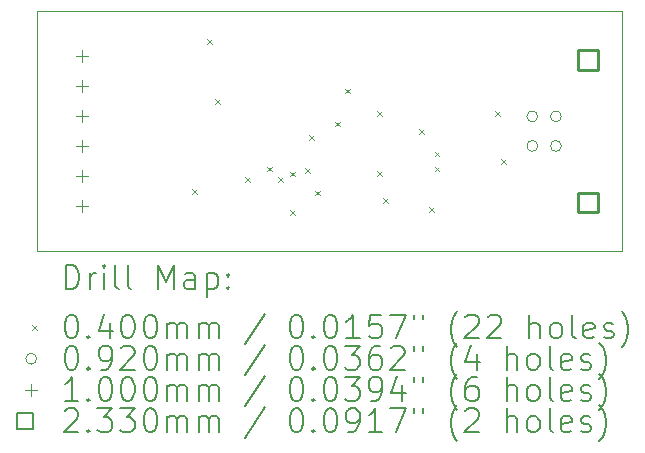
<source format=gbr>
%TF.GenerationSoftware,KiCad,Pcbnew,7.0.1*%
%TF.CreationDate,2023-04-01T18:18:22+02:00*%
%TF.ProjectId,PMOD USB UART,504d4f44-2055-4534-9220-554152542e6b,V1.0*%
%TF.SameCoordinates,Original*%
%TF.FileFunction,Drillmap*%
%TF.FilePolarity,Positive*%
%FSLAX45Y45*%
G04 Gerber Fmt 4.5, Leading zero omitted, Abs format (unit mm)*
G04 Created by KiCad (PCBNEW 7.0.1) date 2023-04-01 18:18:22*
%MOMM*%
%LPD*%
G01*
G04 APERTURE LIST*
%ADD10C,0.100000*%
%ADD11C,0.200000*%
%ADD12C,0.040000*%
%ADD13C,0.092000*%
%ADD14C,0.233000*%
G04 APERTURE END LIST*
D10*
X14732000Y-11811000D02*
X14732000Y-9779000D01*
X14732000Y-9779000D02*
X9779000Y-9779000D01*
X9779000Y-9779000D02*
X9779000Y-11811000D01*
X9779000Y-11811000D02*
X14732000Y-11811000D01*
D11*
D12*
X11092500Y-11283000D02*
X11132500Y-11323000D01*
X11132500Y-11283000D02*
X11092500Y-11323000D01*
X11219500Y-10013000D02*
X11259500Y-10053000D01*
X11259500Y-10013000D02*
X11219500Y-10053000D01*
X11283000Y-10521000D02*
X11323000Y-10561000D01*
X11323000Y-10521000D02*
X11283000Y-10561000D01*
X11537000Y-11181400D02*
X11577000Y-11221400D01*
X11577000Y-11181400D02*
X11537000Y-11221400D01*
X11727500Y-11092500D02*
X11767500Y-11132500D01*
X11767500Y-11092500D02*
X11727500Y-11132500D01*
X11816400Y-11181400D02*
X11856400Y-11221400D01*
X11856400Y-11181400D02*
X11816400Y-11221400D01*
X11918000Y-11136350D02*
X11958000Y-11176350D01*
X11958000Y-11136350D02*
X11918000Y-11176350D01*
X11918000Y-11460800D02*
X11958000Y-11500800D01*
X11958000Y-11460800D02*
X11918000Y-11500800D01*
X12045000Y-11105200D02*
X12085000Y-11145200D01*
X12085000Y-11105200D02*
X12045000Y-11145200D01*
X12083100Y-10825800D02*
X12123100Y-10865800D01*
X12123100Y-10825800D02*
X12083100Y-10865800D01*
X12133900Y-11295700D02*
X12173900Y-11335700D01*
X12173900Y-11295700D02*
X12133900Y-11335700D01*
X12299000Y-10711500D02*
X12339000Y-10751500D01*
X12339000Y-10711500D02*
X12299000Y-10751500D01*
X12387900Y-10432100D02*
X12427900Y-10472100D01*
X12427900Y-10432100D02*
X12387900Y-10472100D01*
X12654600Y-10622600D02*
X12694600Y-10662600D01*
X12694600Y-10622600D02*
X12654600Y-10662600D01*
X12654600Y-11130600D02*
X12694600Y-11170600D01*
X12694600Y-11130600D02*
X12654600Y-11170600D01*
X12705400Y-11359200D02*
X12745400Y-11399200D01*
X12745400Y-11359200D02*
X12705400Y-11399200D01*
X13010200Y-10775000D02*
X13050200Y-10815000D01*
X13050200Y-10775000D02*
X13010200Y-10815000D01*
X13099100Y-11435400D02*
X13139100Y-11475400D01*
X13139100Y-11435400D02*
X13099100Y-11475400D01*
X13142950Y-10965500D02*
X13182950Y-11005500D01*
X13182950Y-10965500D02*
X13142950Y-11005500D01*
X13142950Y-11092500D02*
X13182950Y-11132500D01*
X13182950Y-11092500D02*
X13142950Y-11132500D01*
X13657900Y-10622600D02*
X13697900Y-10662600D01*
X13697900Y-10622600D02*
X13657900Y-10662600D01*
X13708700Y-11029000D02*
X13748700Y-11069000D01*
X13748700Y-11029000D02*
X13708700Y-11069000D01*
D13*
X14016000Y-10668000D02*
G75*
G03*
X14016000Y-10668000I-46000J0D01*
G01*
X14016000Y-10918000D02*
G75*
G03*
X14016000Y-10918000I-46000J0D01*
G01*
X14216000Y-10668000D02*
G75*
G03*
X14216000Y-10668000I-46000J0D01*
G01*
X14216000Y-10918000D02*
G75*
G03*
X14216000Y-10918000I-46000J0D01*
G01*
D10*
X10160000Y-10110000D02*
X10160000Y-10210000D01*
X10110000Y-10160000D02*
X10210000Y-10160000D01*
X10160000Y-10364000D02*
X10160000Y-10464000D01*
X10110000Y-10414000D02*
X10210000Y-10414000D01*
X10160000Y-10618000D02*
X10160000Y-10718000D01*
X10110000Y-10668000D02*
X10210000Y-10668000D01*
X10160000Y-10872000D02*
X10160000Y-10972000D01*
X10110000Y-10922000D02*
X10210000Y-10922000D01*
X10160000Y-11126000D02*
X10160000Y-11226000D01*
X10110000Y-11176000D02*
X10210000Y-11176000D01*
X10160000Y-11380000D02*
X10160000Y-11480000D01*
X10110000Y-11430000D02*
X10210000Y-11430000D01*
D14*
X14523379Y-10273379D02*
X14523379Y-10108621D01*
X14358621Y-10108621D01*
X14358621Y-10273379D01*
X14523379Y-10273379D01*
X14523379Y-11477379D02*
X14523379Y-11312621D01*
X14358621Y-11312621D01*
X14358621Y-11477379D01*
X14523379Y-11477379D01*
D11*
X10021619Y-12128524D02*
X10021619Y-11928524D01*
X10021619Y-11928524D02*
X10069238Y-11928524D01*
X10069238Y-11928524D02*
X10097810Y-11938048D01*
X10097810Y-11938048D02*
X10116857Y-11957095D01*
X10116857Y-11957095D02*
X10126381Y-11976143D01*
X10126381Y-11976143D02*
X10135905Y-12014238D01*
X10135905Y-12014238D02*
X10135905Y-12042809D01*
X10135905Y-12042809D02*
X10126381Y-12080905D01*
X10126381Y-12080905D02*
X10116857Y-12099952D01*
X10116857Y-12099952D02*
X10097810Y-12119000D01*
X10097810Y-12119000D02*
X10069238Y-12128524D01*
X10069238Y-12128524D02*
X10021619Y-12128524D01*
X10221619Y-12128524D02*
X10221619Y-11995190D01*
X10221619Y-12033286D02*
X10231143Y-12014238D01*
X10231143Y-12014238D02*
X10240667Y-12004714D01*
X10240667Y-12004714D02*
X10259714Y-11995190D01*
X10259714Y-11995190D02*
X10278762Y-11995190D01*
X10345429Y-12128524D02*
X10345429Y-11995190D01*
X10345429Y-11928524D02*
X10335905Y-11938048D01*
X10335905Y-11938048D02*
X10345429Y-11947571D01*
X10345429Y-11947571D02*
X10354952Y-11938048D01*
X10354952Y-11938048D02*
X10345429Y-11928524D01*
X10345429Y-11928524D02*
X10345429Y-11947571D01*
X10469238Y-12128524D02*
X10450190Y-12119000D01*
X10450190Y-12119000D02*
X10440667Y-12099952D01*
X10440667Y-12099952D02*
X10440667Y-11928524D01*
X10574000Y-12128524D02*
X10554952Y-12119000D01*
X10554952Y-12119000D02*
X10545429Y-12099952D01*
X10545429Y-12099952D02*
X10545429Y-11928524D01*
X10802571Y-12128524D02*
X10802571Y-11928524D01*
X10802571Y-11928524D02*
X10869238Y-12071381D01*
X10869238Y-12071381D02*
X10935905Y-11928524D01*
X10935905Y-11928524D02*
X10935905Y-12128524D01*
X11116857Y-12128524D02*
X11116857Y-12023762D01*
X11116857Y-12023762D02*
X11107333Y-12004714D01*
X11107333Y-12004714D02*
X11088286Y-11995190D01*
X11088286Y-11995190D02*
X11050190Y-11995190D01*
X11050190Y-11995190D02*
X11031143Y-12004714D01*
X11116857Y-12119000D02*
X11097810Y-12128524D01*
X11097810Y-12128524D02*
X11050190Y-12128524D01*
X11050190Y-12128524D02*
X11031143Y-12119000D01*
X11031143Y-12119000D02*
X11021619Y-12099952D01*
X11021619Y-12099952D02*
X11021619Y-12080905D01*
X11021619Y-12080905D02*
X11031143Y-12061857D01*
X11031143Y-12061857D02*
X11050190Y-12052333D01*
X11050190Y-12052333D02*
X11097810Y-12052333D01*
X11097810Y-12052333D02*
X11116857Y-12042809D01*
X11212095Y-11995190D02*
X11212095Y-12195190D01*
X11212095Y-12004714D02*
X11231143Y-11995190D01*
X11231143Y-11995190D02*
X11269238Y-11995190D01*
X11269238Y-11995190D02*
X11288286Y-12004714D01*
X11288286Y-12004714D02*
X11297809Y-12014238D01*
X11297809Y-12014238D02*
X11307333Y-12033286D01*
X11307333Y-12033286D02*
X11307333Y-12090428D01*
X11307333Y-12090428D02*
X11297809Y-12109476D01*
X11297809Y-12109476D02*
X11288286Y-12119000D01*
X11288286Y-12119000D02*
X11269238Y-12128524D01*
X11269238Y-12128524D02*
X11231143Y-12128524D01*
X11231143Y-12128524D02*
X11212095Y-12119000D01*
X11393048Y-12109476D02*
X11402571Y-12119000D01*
X11402571Y-12119000D02*
X11393048Y-12128524D01*
X11393048Y-12128524D02*
X11383524Y-12119000D01*
X11383524Y-12119000D02*
X11393048Y-12109476D01*
X11393048Y-12109476D02*
X11393048Y-12128524D01*
X11393048Y-12004714D02*
X11402571Y-12014238D01*
X11402571Y-12014238D02*
X11393048Y-12023762D01*
X11393048Y-12023762D02*
X11383524Y-12014238D01*
X11383524Y-12014238D02*
X11393048Y-12004714D01*
X11393048Y-12004714D02*
X11393048Y-12023762D01*
D12*
X9734000Y-12436000D02*
X9774000Y-12476000D01*
X9774000Y-12436000D02*
X9734000Y-12476000D01*
D11*
X10059714Y-12348524D02*
X10078762Y-12348524D01*
X10078762Y-12348524D02*
X10097810Y-12358048D01*
X10097810Y-12358048D02*
X10107333Y-12367571D01*
X10107333Y-12367571D02*
X10116857Y-12386619D01*
X10116857Y-12386619D02*
X10126381Y-12424714D01*
X10126381Y-12424714D02*
X10126381Y-12472333D01*
X10126381Y-12472333D02*
X10116857Y-12510428D01*
X10116857Y-12510428D02*
X10107333Y-12529476D01*
X10107333Y-12529476D02*
X10097810Y-12539000D01*
X10097810Y-12539000D02*
X10078762Y-12548524D01*
X10078762Y-12548524D02*
X10059714Y-12548524D01*
X10059714Y-12548524D02*
X10040667Y-12539000D01*
X10040667Y-12539000D02*
X10031143Y-12529476D01*
X10031143Y-12529476D02*
X10021619Y-12510428D01*
X10021619Y-12510428D02*
X10012095Y-12472333D01*
X10012095Y-12472333D02*
X10012095Y-12424714D01*
X10012095Y-12424714D02*
X10021619Y-12386619D01*
X10021619Y-12386619D02*
X10031143Y-12367571D01*
X10031143Y-12367571D02*
X10040667Y-12358048D01*
X10040667Y-12358048D02*
X10059714Y-12348524D01*
X10212095Y-12529476D02*
X10221619Y-12539000D01*
X10221619Y-12539000D02*
X10212095Y-12548524D01*
X10212095Y-12548524D02*
X10202571Y-12539000D01*
X10202571Y-12539000D02*
X10212095Y-12529476D01*
X10212095Y-12529476D02*
X10212095Y-12548524D01*
X10393048Y-12415190D02*
X10393048Y-12548524D01*
X10345429Y-12339000D02*
X10297810Y-12481857D01*
X10297810Y-12481857D02*
X10421619Y-12481857D01*
X10535905Y-12348524D02*
X10554952Y-12348524D01*
X10554952Y-12348524D02*
X10574000Y-12358048D01*
X10574000Y-12358048D02*
X10583524Y-12367571D01*
X10583524Y-12367571D02*
X10593048Y-12386619D01*
X10593048Y-12386619D02*
X10602571Y-12424714D01*
X10602571Y-12424714D02*
X10602571Y-12472333D01*
X10602571Y-12472333D02*
X10593048Y-12510428D01*
X10593048Y-12510428D02*
X10583524Y-12529476D01*
X10583524Y-12529476D02*
X10574000Y-12539000D01*
X10574000Y-12539000D02*
X10554952Y-12548524D01*
X10554952Y-12548524D02*
X10535905Y-12548524D01*
X10535905Y-12548524D02*
X10516857Y-12539000D01*
X10516857Y-12539000D02*
X10507333Y-12529476D01*
X10507333Y-12529476D02*
X10497810Y-12510428D01*
X10497810Y-12510428D02*
X10488286Y-12472333D01*
X10488286Y-12472333D02*
X10488286Y-12424714D01*
X10488286Y-12424714D02*
X10497810Y-12386619D01*
X10497810Y-12386619D02*
X10507333Y-12367571D01*
X10507333Y-12367571D02*
X10516857Y-12358048D01*
X10516857Y-12358048D02*
X10535905Y-12348524D01*
X10726381Y-12348524D02*
X10745429Y-12348524D01*
X10745429Y-12348524D02*
X10764476Y-12358048D01*
X10764476Y-12358048D02*
X10774000Y-12367571D01*
X10774000Y-12367571D02*
X10783524Y-12386619D01*
X10783524Y-12386619D02*
X10793048Y-12424714D01*
X10793048Y-12424714D02*
X10793048Y-12472333D01*
X10793048Y-12472333D02*
X10783524Y-12510428D01*
X10783524Y-12510428D02*
X10774000Y-12529476D01*
X10774000Y-12529476D02*
X10764476Y-12539000D01*
X10764476Y-12539000D02*
X10745429Y-12548524D01*
X10745429Y-12548524D02*
X10726381Y-12548524D01*
X10726381Y-12548524D02*
X10707333Y-12539000D01*
X10707333Y-12539000D02*
X10697810Y-12529476D01*
X10697810Y-12529476D02*
X10688286Y-12510428D01*
X10688286Y-12510428D02*
X10678762Y-12472333D01*
X10678762Y-12472333D02*
X10678762Y-12424714D01*
X10678762Y-12424714D02*
X10688286Y-12386619D01*
X10688286Y-12386619D02*
X10697810Y-12367571D01*
X10697810Y-12367571D02*
X10707333Y-12358048D01*
X10707333Y-12358048D02*
X10726381Y-12348524D01*
X10878762Y-12548524D02*
X10878762Y-12415190D01*
X10878762Y-12434238D02*
X10888286Y-12424714D01*
X10888286Y-12424714D02*
X10907333Y-12415190D01*
X10907333Y-12415190D02*
X10935905Y-12415190D01*
X10935905Y-12415190D02*
X10954952Y-12424714D01*
X10954952Y-12424714D02*
X10964476Y-12443762D01*
X10964476Y-12443762D02*
X10964476Y-12548524D01*
X10964476Y-12443762D02*
X10974000Y-12424714D01*
X10974000Y-12424714D02*
X10993048Y-12415190D01*
X10993048Y-12415190D02*
X11021619Y-12415190D01*
X11021619Y-12415190D02*
X11040667Y-12424714D01*
X11040667Y-12424714D02*
X11050191Y-12443762D01*
X11050191Y-12443762D02*
X11050191Y-12548524D01*
X11145429Y-12548524D02*
X11145429Y-12415190D01*
X11145429Y-12434238D02*
X11154952Y-12424714D01*
X11154952Y-12424714D02*
X11174000Y-12415190D01*
X11174000Y-12415190D02*
X11202571Y-12415190D01*
X11202571Y-12415190D02*
X11221619Y-12424714D01*
X11221619Y-12424714D02*
X11231143Y-12443762D01*
X11231143Y-12443762D02*
X11231143Y-12548524D01*
X11231143Y-12443762D02*
X11240667Y-12424714D01*
X11240667Y-12424714D02*
X11259714Y-12415190D01*
X11259714Y-12415190D02*
X11288286Y-12415190D01*
X11288286Y-12415190D02*
X11307333Y-12424714D01*
X11307333Y-12424714D02*
X11316857Y-12443762D01*
X11316857Y-12443762D02*
X11316857Y-12548524D01*
X11707333Y-12339000D02*
X11535905Y-12596143D01*
X11964476Y-12348524D02*
X11983524Y-12348524D01*
X11983524Y-12348524D02*
X12002572Y-12358048D01*
X12002572Y-12358048D02*
X12012095Y-12367571D01*
X12012095Y-12367571D02*
X12021619Y-12386619D01*
X12021619Y-12386619D02*
X12031143Y-12424714D01*
X12031143Y-12424714D02*
X12031143Y-12472333D01*
X12031143Y-12472333D02*
X12021619Y-12510428D01*
X12021619Y-12510428D02*
X12012095Y-12529476D01*
X12012095Y-12529476D02*
X12002572Y-12539000D01*
X12002572Y-12539000D02*
X11983524Y-12548524D01*
X11983524Y-12548524D02*
X11964476Y-12548524D01*
X11964476Y-12548524D02*
X11945429Y-12539000D01*
X11945429Y-12539000D02*
X11935905Y-12529476D01*
X11935905Y-12529476D02*
X11926381Y-12510428D01*
X11926381Y-12510428D02*
X11916857Y-12472333D01*
X11916857Y-12472333D02*
X11916857Y-12424714D01*
X11916857Y-12424714D02*
X11926381Y-12386619D01*
X11926381Y-12386619D02*
X11935905Y-12367571D01*
X11935905Y-12367571D02*
X11945429Y-12358048D01*
X11945429Y-12358048D02*
X11964476Y-12348524D01*
X12116857Y-12529476D02*
X12126381Y-12539000D01*
X12126381Y-12539000D02*
X12116857Y-12548524D01*
X12116857Y-12548524D02*
X12107333Y-12539000D01*
X12107333Y-12539000D02*
X12116857Y-12529476D01*
X12116857Y-12529476D02*
X12116857Y-12548524D01*
X12250191Y-12348524D02*
X12269238Y-12348524D01*
X12269238Y-12348524D02*
X12288286Y-12358048D01*
X12288286Y-12358048D02*
X12297810Y-12367571D01*
X12297810Y-12367571D02*
X12307333Y-12386619D01*
X12307333Y-12386619D02*
X12316857Y-12424714D01*
X12316857Y-12424714D02*
X12316857Y-12472333D01*
X12316857Y-12472333D02*
X12307333Y-12510428D01*
X12307333Y-12510428D02*
X12297810Y-12529476D01*
X12297810Y-12529476D02*
X12288286Y-12539000D01*
X12288286Y-12539000D02*
X12269238Y-12548524D01*
X12269238Y-12548524D02*
X12250191Y-12548524D01*
X12250191Y-12548524D02*
X12231143Y-12539000D01*
X12231143Y-12539000D02*
X12221619Y-12529476D01*
X12221619Y-12529476D02*
X12212095Y-12510428D01*
X12212095Y-12510428D02*
X12202572Y-12472333D01*
X12202572Y-12472333D02*
X12202572Y-12424714D01*
X12202572Y-12424714D02*
X12212095Y-12386619D01*
X12212095Y-12386619D02*
X12221619Y-12367571D01*
X12221619Y-12367571D02*
X12231143Y-12358048D01*
X12231143Y-12358048D02*
X12250191Y-12348524D01*
X12507333Y-12548524D02*
X12393048Y-12548524D01*
X12450191Y-12548524D02*
X12450191Y-12348524D01*
X12450191Y-12348524D02*
X12431143Y-12377095D01*
X12431143Y-12377095D02*
X12412095Y-12396143D01*
X12412095Y-12396143D02*
X12393048Y-12405667D01*
X12688286Y-12348524D02*
X12593048Y-12348524D01*
X12593048Y-12348524D02*
X12583524Y-12443762D01*
X12583524Y-12443762D02*
X12593048Y-12434238D01*
X12593048Y-12434238D02*
X12612095Y-12424714D01*
X12612095Y-12424714D02*
X12659714Y-12424714D01*
X12659714Y-12424714D02*
X12678762Y-12434238D01*
X12678762Y-12434238D02*
X12688286Y-12443762D01*
X12688286Y-12443762D02*
X12697810Y-12462809D01*
X12697810Y-12462809D02*
X12697810Y-12510428D01*
X12697810Y-12510428D02*
X12688286Y-12529476D01*
X12688286Y-12529476D02*
X12678762Y-12539000D01*
X12678762Y-12539000D02*
X12659714Y-12548524D01*
X12659714Y-12548524D02*
X12612095Y-12548524D01*
X12612095Y-12548524D02*
X12593048Y-12539000D01*
X12593048Y-12539000D02*
X12583524Y-12529476D01*
X12764476Y-12348524D02*
X12897810Y-12348524D01*
X12897810Y-12348524D02*
X12812095Y-12548524D01*
X12964476Y-12348524D02*
X12964476Y-12386619D01*
X13040667Y-12348524D02*
X13040667Y-12386619D01*
X13335905Y-12624714D02*
X13326381Y-12615190D01*
X13326381Y-12615190D02*
X13307334Y-12586619D01*
X13307334Y-12586619D02*
X13297810Y-12567571D01*
X13297810Y-12567571D02*
X13288286Y-12539000D01*
X13288286Y-12539000D02*
X13278762Y-12491381D01*
X13278762Y-12491381D02*
X13278762Y-12453286D01*
X13278762Y-12453286D02*
X13288286Y-12405667D01*
X13288286Y-12405667D02*
X13297810Y-12377095D01*
X13297810Y-12377095D02*
X13307334Y-12358048D01*
X13307334Y-12358048D02*
X13326381Y-12329476D01*
X13326381Y-12329476D02*
X13335905Y-12319952D01*
X13402572Y-12367571D02*
X13412095Y-12358048D01*
X13412095Y-12358048D02*
X13431143Y-12348524D01*
X13431143Y-12348524D02*
X13478762Y-12348524D01*
X13478762Y-12348524D02*
X13497810Y-12358048D01*
X13497810Y-12358048D02*
X13507334Y-12367571D01*
X13507334Y-12367571D02*
X13516857Y-12386619D01*
X13516857Y-12386619D02*
X13516857Y-12405667D01*
X13516857Y-12405667D02*
X13507334Y-12434238D01*
X13507334Y-12434238D02*
X13393048Y-12548524D01*
X13393048Y-12548524D02*
X13516857Y-12548524D01*
X13593048Y-12367571D02*
X13602572Y-12358048D01*
X13602572Y-12358048D02*
X13621619Y-12348524D01*
X13621619Y-12348524D02*
X13669238Y-12348524D01*
X13669238Y-12348524D02*
X13688286Y-12358048D01*
X13688286Y-12358048D02*
X13697810Y-12367571D01*
X13697810Y-12367571D02*
X13707334Y-12386619D01*
X13707334Y-12386619D02*
X13707334Y-12405667D01*
X13707334Y-12405667D02*
X13697810Y-12434238D01*
X13697810Y-12434238D02*
X13583524Y-12548524D01*
X13583524Y-12548524D02*
X13707334Y-12548524D01*
X13945429Y-12548524D02*
X13945429Y-12348524D01*
X14031143Y-12548524D02*
X14031143Y-12443762D01*
X14031143Y-12443762D02*
X14021619Y-12424714D01*
X14021619Y-12424714D02*
X14002572Y-12415190D01*
X14002572Y-12415190D02*
X13974000Y-12415190D01*
X13974000Y-12415190D02*
X13954953Y-12424714D01*
X13954953Y-12424714D02*
X13945429Y-12434238D01*
X14154953Y-12548524D02*
X14135905Y-12539000D01*
X14135905Y-12539000D02*
X14126381Y-12529476D01*
X14126381Y-12529476D02*
X14116857Y-12510428D01*
X14116857Y-12510428D02*
X14116857Y-12453286D01*
X14116857Y-12453286D02*
X14126381Y-12434238D01*
X14126381Y-12434238D02*
X14135905Y-12424714D01*
X14135905Y-12424714D02*
X14154953Y-12415190D01*
X14154953Y-12415190D02*
X14183524Y-12415190D01*
X14183524Y-12415190D02*
X14202572Y-12424714D01*
X14202572Y-12424714D02*
X14212096Y-12434238D01*
X14212096Y-12434238D02*
X14221619Y-12453286D01*
X14221619Y-12453286D02*
X14221619Y-12510428D01*
X14221619Y-12510428D02*
X14212096Y-12529476D01*
X14212096Y-12529476D02*
X14202572Y-12539000D01*
X14202572Y-12539000D02*
X14183524Y-12548524D01*
X14183524Y-12548524D02*
X14154953Y-12548524D01*
X14335905Y-12548524D02*
X14316857Y-12539000D01*
X14316857Y-12539000D02*
X14307334Y-12519952D01*
X14307334Y-12519952D02*
X14307334Y-12348524D01*
X14488286Y-12539000D02*
X14469238Y-12548524D01*
X14469238Y-12548524D02*
X14431143Y-12548524D01*
X14431143Y-12548524D02*
X14412096Y-12539000D01*
X14412096Y-12539000D02*
X14402572Y-12519952D01*
X14402572Y-12519952D02*
X14402572Y-12443762D01*
X14402572Y-12443762D02*
X14412096Y-12424714D01*
X14412096Y-12424714D02*
X14431143Y-12415190D01*
X14431143Y-12415190D02*
X14469238Y-12415190D01*
X14469238Y-12415190D02*
X14488286Y-12424714D01*
X14488286Y-12424714D02*
X14497810Y-12443762D01*
X14497810Y-12443762D02*
X14497810Y-12462809D01*
X14497810Y-12462809D02*
X14402572Y-12481857D01*
X14574000Y-12539000D02*
X14593048Y-12548524D01*
X14593048Y-12548524D02*
X14631143Y-12548524D01*
X14631143Y-12548524D02*
X14650191Y-12539000D01*
X14650191Y-12539000D02*
X14659715Y-12519952D01*
X14659715Y-12519952D02*
X14659715Y-12510428D01*
X14659715Y-12510428D02*
X14650191Y-12491381D01*
X14650191Y-12491381D02*
X14631143Y-12481857D01*
X14631143Y-12481857D02*
X14602572Y-12481857D01*
X14602572Y-12481857D02*
X14583524Y-12472333D01*
X14583524Y-12472333D02*
X14574000Y-12453286D01*
X14574000Y-12453286D02*
X14574000Y-12443762D01*
X14574000Y-12443762D02*
X14583524Y-12424714D01*
X14583524Y-12424714D02*
X14602572Y-12415190D01*
X14602572Y-12415190D02*
X14631143Y-12415190D01*
X14631143Y-12415190D02*
X14650191Y-12424714D01*
X14726381Y-12624714D02*
X14735905Y-12615190D01*
X14735905Y-12615190D02*
X14754953Y-12586619D01*
X14754953Y-12586619D02*
X14764477Y-12567571D01*
X14764477Y-12567571D02*
X14774000Y-12539000D01*
X14774000Y-12539000D02*
X14783524Y-12491381D01*
X14783524Y-12491381D02*
X14783524Y-12453286D01*
X14783524Y-12453286D02*
X14774000Y-12405667D01*
X14774000Y-12405667D02*
X14764477Y-12377095D01*
X14764477Y-12377095D02*
X14754953Y-12358048D01*
X14754953Y-12358048D02*
X14735905Y-12329476D01*
X14735905Y-12329476D02*
X14726381Y-12319952D01*
D13*
X9774000Y-12720000D02*
G75*
G03*
X9774000Y-12720000I-46000J0D01*
G01*
D11*
X10059714Y-12612524D02*
X10078762Y-12612524D01*
X10078762Y-12612524D02*
X10097810Y-12622048D01*
X10097810Y-12622048D02*
X10107333Y-12631571D01*
X10107333Y-12631571D02*
X10116857Y-12650619D01*
X10116857Y-12650619D02*
X10126381Y-12688714D01*
X10126381Y-12688714D02*
X10126381Y-12736333D01*
X10126381Y-12736333D02*
X10116857Y-12774428D01*
X10116857Y-12774428D02*
X10107333Y-12793476D01*
X10107333Y-12793476D02*
X10097810Y-12803000D01*
X10097810Y-12803000D02*
X10078762Y-12812524D01*
X10078762Y-12812524D02*
X10059714Y-12812524D01*
X10059714Y-12812524D02*
X10040667Y-12803000D01*
X10040667Y-12803000D02*
X10031143Y-12793476D01*
X10031143Y-12793476D02*
X10021619Y-12774428D01*
X10021619Y-12774428D02*
X10012095Y-12736333D01*
X10012095Y-12736333D02*
X10012095Y-12688714D01*
X10012095Y-12688714D02*
X10021619Y-12650619D01*
X10021619Y-12650619D02*
X10031143Y-12631571D01*
X10031143Y-12631571D02*
X10040667Y-12622048D01*
X10040667Y-12622048D02*
X10059714Y-12612524D01*
X10212095Y-12793476D02*
X10221619Y-12803000D01*
X10221619Y-12803000D02*
X10212095Y-12812524D01*
X10212095Y-12812524D02*
X10202571Y-12803000D01*
X10202571Y-12803000D02*
X10212095Y-12793476D01*
X10212095Y-12793476D02*
X10212095Y-12812524D01*
X10316857Y-12812524D02*
X10354952Y-12812524D01*
X10354952Y-12812524D02*
X10374000Y-12803000D01*
X10374000Y-12803000D02*
X10383524Y-12793476D01*
X10383524Y-12793476D02*
X10402571Y-12764905D01*
X10402571Y-12764905D02*
X10412095Y-12726809D01*
X10412095Y-12726809D02*
X10412095Y-12650619D01*
X10412095Y-12650619D02*
X10402571Y-12631571D01*
X10402571Y-12631571D02*
X10393048Y-12622048D01*
X10393048Y-12622048D02*
X10374000Y-12612524D01*
X10374000Y-12612524D02*
X10335905Y-12612524D01*
X10335905Y-12612524D02*
X10316857Y-12622048D01*
X10316857Y-12622048D02*
X10307333Y-12631571D01*
X10307333Y-12631571D02*
X10297810Y-12650619D01*
X10297810Y-12650619D02*
X10297810Y-12698238D01*
X10297810Y-12698238D02*
X10307333Y-12717286D01*
X10307333Y-12717286D02*
X10316857Y-12726809D01*
X10316857Y-12726809D02*
X10335905Y-12736333D01*
X10335905Y-12736333D02*
X10374000Y-12736333D01*
X10374000Y-12736333D02*
X10393048Y-12726809D01*
X10393048Y-12726809D02*
X10402571Y-12717286D01*
X10402571Y-12717286D02*
X10412095Y-12698238D01*
X10488286Y-12631571D02*
X10497810Y-12622048D01*
X10497810Y-12622048D02*
X10516857Y-12612524D01*
X10516857Y-12612524D02*
X10564476Y-12612524D01*
X10564476Y-12612524D02*
X10583524Y-12622048D01*
X10583524Y-12622048D02*
X10593048Y-12631571D01*
X10593048Y-12631571D02*
X10602571Y-12650619D01*
X10602571Y-12650619D02*
X10602571Y-12669667D01*
X10602571Y-12669667D02*
X10593048Y-12698238D01*
X10593048Y-12698238D02*
X10478762Y-12812524D01*
X10478762Y-12812524D02*
X10602571Y-12812524D01*
X10726381Y-12612524D02*
X10745429Y-12612524D01*
X10745429Y-12612524D02*
X10764476Y-12622048D01*
X10764476Y-12622048D02*
X10774000Y-12631571D01*
X10774000Y-12631571D02*
X10783524Y-12650619D01*
X10783524Y-12650619D02*
X10793048Y-12688714D01*
X10793048Y-12688714D02*
X10793048Y-12736333D01*
X10793048Y-12736333D02*
X10783524Y-12774428D01*
X10783524Y-12774428D02*
X10774000Y-12793476D01*
X10774000Y-12793476D02*
X10764476Y-12803000D01*
X10764476Y-12803000D02*
X10745429Y-12812524D01*
X10745429Y-12812524D02*
X10726381Y-12812524D01*
X10726381Y-12812524D02*
X10707333Y-12803000D01*
X10707333Y-12803000D02*
X10697810Y-12793476D01*
X10697810Y-12793476D02*
X10688286Y-12774428D01*
X10688286Y-12774428D02*
X10678762Y-12736333D01*
X10678762Y-12736333D02*
X10678762Y-12688714D01*
X10678762Y-12688714D02*
X10688286Y-12650619D01*
X10688286Y-12650619D02*
X10697810Y-12631571D01*
X10697810Y-12631571D02*
X10707333Y-12622048D01*
X10707333Y-12622048D02*
X10726381Y-12612524D01*
X10878762Y-12812524D02*
X10878762Y-12679190D01*
X10878762Y-12698238D02*
X10888286Y-12688714D01*
X10888286Y-12688714D02*
X10907333Y-12679190D01*
X10907333Y-12679190D02*
X10935905Y-12679190D01*
X10935905Y-12679190D02*
X10954952Y-12688714D01*
X10954952Y-12688714D02*
X10964476Y-12707762D01*
X10964476Y-12707762D02*
X10964476Y-12812524D01*
X10964476Y-12707762D02*
X10974000Y-12688714D01*
X10974000Y-12688714D02*
X10993048Y-12679190D01*
X10993048Y-12679190D02*
X11021619Y-12679190D01*
X11021619Y-12679190D02*
X11040667Y-12688714D01*
X11040667Y-12688714D02*
X11050191Y-12707762D01*
X11050191Y-12707762D02*
X11050191Y-12812524D01*
X11145429Y-12812524D02*
X11145429Y-12679190D01*
X11145429Y-12698238D02*
X11154952Y-12688714D01*
X11154952Y-12688714D02*
X11174000Y-12679190D01*
X11174000Y-12679190D02*
X11202571Y-12679190D01*
X11202571Y-12679190D02*
X11221619Y-12688714D01*
X11221619Y-12688714D02*
X11231143Y-12707762D01*
X11231143Y-12707762D02*
X11231143Y-12812524D01*
X11231143Y-12707762D02*
X11240667Y-12688714D01*
X11240667Y-12688714D02*
X11259714Y-12679190D01*
X11259714Y-12679190D02*
X11288286Y-12679190D01*
X11288286Y-12679190D02*
X11307333Y-12688714D01*
X11307333Y-12688714D02*
X11316857Y-12707762D01*
X11316857Y-12707762D02*
X11316857Y-12812524D01*
X11707333Y-12603000D02*
X11535905Y-12860143D01*
X11964476Y-12612524D02*
X11983524Y-12612524D01*
X11983524Y-12612524D02*
X12002572Y-12622048D01*
X12002572Y-12622048D02*
X12012095Y-12631571D01*
X12012095Y-12631571D02*
X12021619Y-12650619D01*
X12021619Y-12650619D02*
X12031143Y-12688714D01*
X12031143Y-12688714D02*
X12031143Y-12736333D01*
X12031143Y-12736333D02*
X12021619Y-12774428D01*
X12021619Y-12774428D02*
X12012095Y-12793476D01*
X12012095Y-12793476D02*
X12002572Y-12803000D01*
X12002572Y-12803000D02*
X11983524Y-12812524D01*
X11983524Y-12812524D02*
X11964476Y-12812524D01*
X11964476Y-12812524D02*
X11945429Y-12803000D01*
X11945429Y-12803000D02*
X11935905Y-12793476D01*
X11935905Y-12793476D02*
X11926381Y-12774428D01*
X11926381Y-12774428D02*
X11916857Y-12736333D01*
X11916857Y-12736333D02*
X11916857Y-12688714D01*
X11916857Y-12688714D02*
X11926381Y-12650619D01*
X11926381Y-12650619D02*
X11935905Y-12631571D01*
X11935905Y-12631571D02*
X11945429Y-12622048D01*
X11945429Y-12622048D02*
X11964476Y-12612524D01*
X12116857Y-12793476D02*
X12126381Y-12803000D01*
X12126381Y-12803000D02*
X12116857Y-12812524D01*
X12116857Y-12812524D02*
X12107333Y-12803000D01*
X12107333Y-12803000D02*
X12116857Y-12793476D01*
X12116857Y-12793476D02*
X12116857Y-12812524D01*
X12250191Y-12612524D02*
X12269238Y-12612524D01*
X12269238Y-12612524D02*
X12288286Y-12622048D01*
X12288286Y-12622048D02*
X12297810Y-12631571D01*
X12297810Y-12631571D02*
X12307333Y-12650619D01*
X12307333Y-12650619D02*
X12316857Y-12688714D01*
X12316857Y-12688714D02*
X12316857Y-12736333D01*
X12316857Y-12736333D02*
X12307333Y-12774428D01*
X12307333Y-12774428D02*
X12297810Y-12793476D01*
X12297810Y-12793476D02*
X12288286Y-12803000D01*
X12288286Y-12803000D02*
X12269238Y-12812524D01*
X12269238Y-12812524D02*
X12250191Y-12812524D01*
X12250191Y-12812524D02*
X12231143Y-12803000D01*
X12231143Y-12803000D02*
X12221619Y-12793476D01*
X12221619Y-12793476D02*
X12212095Y-12774428D01*
X12212095Y-12774428D02*
X12202572Y-12736333D01*
X12202572Y-12736333D02*
X12202572Y-12688714D01*
X12202572Y-12688714D02*
X12212095Y-12650619D01*
X12212095Y-12650619D02*
X12221619Y-12631571D01*
X12221619Y-12631571D02*
X12231143Y-12622048D01*
X12231143Y-12622048D02*
X12250191Y-12612524D01*
X12383524Y-12612524D02*
X12507333Y-12612524D01*
X12507333Y-12612524D02*
X12440667Y-12688714D01*
X12440667Y-12688714D02*
X12469238Y-12688714D01*
X12469238Y-12688714D02*
X12488286Y-12698238D01*
X12488286Y-12698238D02*
X12497810Y-12707762D01*
X12497810Y-12707762D02*
X12507333Y-12726809D01*
X12507333Y-12726809D02*
X12507333Y-12774428D01*
X12507333Y-12774428D02*
X12497810Y-12793476D01*
X12497810Y-12793476D02*
X12488286Y-12803000D01*
X12488286Y-12803000D02*
X12469238Y-12812524D01*
X12469238Y-12812524D02*
X12412095Y-12812524D01*
X12412095Y-12812524D02*
X12393048Y-12803000D01*
X12393048Y-12803000D02*
X12383524Y-12793476D01*
X12678762Y-12612524D02*
X12640667Y-12612524D01*
X12640667Y-12612524D02*
X12621619Y-12622048D01*
X12621619Y-12622048D02*
X12612095Y-12631571D01*
X12612095Y-12631571D02*
X12593048Y-12660143D01*
X12593048Y-12660143D02*
X12583524Y-12698238D01*
X12583524Y-12698238D02*
X12583524Y-12774428D01*
X12583524Y-12774428D02*
X12593048Y-12793476D01*
X12593048Y-12793476D02*
X12602572Y-12803000D01*
X12602572Y-12803000D02*
X12621619Y-12812524D01*
X12621619Y-12812524D02*
X12659714Y-12812524D01*
X12659714Y-12812524D02*
X12678762Y-12803000D01*
X12678762Y-12803000D02*
X12688286Y-12793476D01*
X12688286Y-12793476D02*
X12697810Y-12774428D01*
X12697810Y-12774428D02*
X12697810Y-12726809D01*
X12697810Y-12726809D02*
X12688286Y-12707762D01*
X12688286Y-12707762D02*
X12678762Y-12698238D01*
X12678762Y-12698238D02*
X12659714Y-12688714D01*
X12659714Y-12688714D02*
X12621619Y-12688714D01*
X12621619Y-12688714D02*
X12602572Y-12698238D01*
X12602572Y-12698238D02*
X12593048Y-12707762D01*
X12593048Y-12707762D02*
X12583524Y-12726809D01*
X12774000Y-12631571D02*
X12783524Y-12622048D01*
X12783524Y-12622048D02*
X12802572Y-12612524D01*
X12802572Y-12612524D02*
X12850191Y-12612524D01*
X12850191Y-12612524D02*
X12869238Y-12622048D01*
X12869238Y-12622048D02*
X12878762Y-12631571D01*
X12878762Y-12631571D02*
X12888286Y-12650619D01*
X12888286Y-12650619D02*
X12888286Y-12669667D01*
X12888286Y-12669667D02*
X12878762Y-12698238D01*
X12878762Y-12698238D02*
X12764476Y-12812524D01*
X12764476Y-12812524D02*
X12888286Y-12812524D01*
X12964476Y-12612524D02*
X12964476Y-12650619D01*
X13040667Y-12612524D02*
X13040667Y-12650619D01*
X13335905Y-12888714D02*
X13326381Y-12879190D01*
X13326381Y-12879190D02*
X13307334Y-12850619D01*
X13307334Y-12850619D02*
X13297810Y-12831571D01*
X13297810Y-12831571D02*
X13288286Y-12803000D01*
X13288286Y-12803000D02*
X13278762Y-12755381D01*
X13278762Y-12755381D02*
X13278762Y-12717286D01*
X13278762Y-12717286D02*
X13288286Y-12669667D01*
X13288286Y-12669667D02*
X13297810Y-12641095D01*
X13297810Y-12641095D02*
X13307334Y-12622048D01*
X13307334Y-12622048D02*
X13326381Y-12593476D01*
X13326381Y-12593476D02*
X13335905Y-12583952D01*
X13497810Y-12679190D02*
X13497810Y-12812524D01*
X13450191Y-12603000D02*
X13402572Y-12745857D01*
X13402572Y-12745857D02*
X13526381Y-12745857D01*
X13754953Y-12812524D02*
X13754953Y-12612524D01*
X13840667Y-12812524D02*
X13840667Y-12707762D01*
X13840667Y-12707762D02*
X13831143Y-12688714D01*
X13831143Y-12688714D02*
X13812096Y-12679190D01*
X13812096Y-12679190D02*
X13783524Y-12679190D01*
X13783524Y-12679190D02*
X13764476Y-12688714D01*
X13764476Y-12688714D02*
X13754953Y-12698238D01*
X13964476Y-12812524D02*
X13945429Y-12803000D01*
X13945429Y-12803000D02*
X13935905Y-12793476D01*
X13935905Y-12793476D02*
X13926381Y-12774428D01*
X13926381Y-12774428D02*
X13926381Y-12717286D01*
X13926381Y-12717286D02*
X13935905Y-12698238D01*
X13935905Y-12698238D02*
X13945429Y-12688714D01*
X13945429Y-12688714D02*
X13964476Y-12679190D01*
X13964476Y-12679190D02*
X13993048Y-12679190D01*
X13993048Y-12679190D02*
X14012096Y-12688714D01*
X14012096Y-12688714D02*
X14021619Y-12698238D01*
X14021619Y-12698238D02*
X14031143Y-12717286D01*
X14031143Y-12717286D02*
X14031143Y-12774428D01*
X14031143Y-12774428D02*
X14021619Y-12793476D01*
X14021619Y-12793476D02*
X14012096Y-12803000D01*
X14012096Y-12803000D02*
X13993048Y-12812524D01*
X13993048Y-12812524D02*
X13964476Y-12812524D01*
X14145429Y-12812524D02*
X14126381Y-12803000D01*
X14126381Y-12803000D02*
X14116857Y-12783952D01*
X14116857Y-12783952D02*
X14116857Y-12612524D01*
X14297810Y-12803000D02*
X14278762Y-12812524D01*
X14278762Y-12812524D02*
X14240667Y-12812524D01*
X14240667Y-12812524D02*
X14221619Y-12803000D01*
X14221619Y-12803000D02*
X14212096Y-12783952D01*
X14212096Y-12783952D02*
X14212096Y-12707762D01*
X14212096Y-12707762D02*
X14221619Y-12688714D01*
X14221619Y-12688714D02*
X14240667Y-12679190D01*
X14240667Y-12679190D02*
X14278762Y-12679190D01*
X14278762Y-12679190D02*
X14297810Y-12688714D01*
X14297810Y-12688714D02*
X14307334Y-12707762D01*
X14307334Y-12707762D02*
X14307334Y-12726809D01*
X14307334Y-12726809D02*
X14212096Y-12745857D01*
X14383524Y-12803000D02*
X14402572Y-12812524D01*
X14402572Y-12812524D02*
X14440667Y-12812524D01*
X14440667Y-12812524D02*
X14459715Y-12803000D01*
X14459715Y-12803000D02*
X14469238Y-12783952D01*
X14469238Y-12783952D02*
X14469238Y-12774428D01*
X14469238Y-12774428D02*
X14459715Y-12755381D01*
X14459715Y-12755381D02*
X14440667Y-12745857D01*
X14440667Y-12745857D02*
X14412096Y-12745857D01*
X14412096Y-12745857D02*
X14393048Y-12736333D01*
X14393048Y-12736333D02*
X14383524Y-12717286D01*
X14383524Y-12717286D02*
X14383524Y-12707762D01*
X14383524Y-12707762D02*
X14393048Y-12688714D01*
X14393048Y-12688714D02*
X14412096Y-12679190D01*
X14412096Y-12679190D02*
X14440667Y-12679190D01*
X14440667Y-12679190D02*
X14459715Y-12688714D01*
X14535905Y-12888714D02*
X14545429Y-12879190D01*
X14545429Y-12879190D02*
X14564477Y-12850619D01*
X14564477Y-12850619D02*
X14574000Y-12831571D01*
X14574000Y-12831571D02*
X14583524Y-12803000D01*
X14583524Y-12803000D02*
X14593048Y-12755381D01*
X14593048Y-12755381D02*
X14593048Y-12717286D01*
X14593048Y-12717286D02*
X14583524Y-12669667D01*
X14583524Y-12669667D02*
X14574000Y-12641095D01*
X14574000Y-12641095D02*
X14564477Y-12622048D01*
X14564477Y-12622048D02*
X14545429Y-12593476D01*
X14545429Y-12593476D02*
X14535905Y-12583952D01*
D10*
X9724000Y-12934000D02*
X9724000Y-13034000D01*
X9674000Y-12984000D02*
X9774000Y-12984000D01*
D11*
X10126381Y-13076524D02*
X10012095Y-13076524D01*
X10069238Y-13076524D02*
X10069238Y-12876524D01*
X10069238Y-12876524D02*
X10050190Y-12905095D01*
X10050190Y-12905095D02*
X10031143Y-12924143D01*
X10031143Y-12924143D02*
X10012095Y-12933667D01*
X10212095Y-13057476D02*
X10221619Y-13067000D01*
X10221619Y-13067000D02*
X10212095Y-13076524D01*
X10212095Y-13076524D02*
X10202571Y-13067000D01*
X10202571Y-13067000D02*
X10212095Y-13057476D01*
X10212095Y-13057476D02*
X10212095Y-13076524D01*
X10345429Y-12876524D02*
X10364476Y-12876524D01*
X10364476Y-12876524D02*
X10383524Y-12886048D01*
X10383524Y-12886048D02*
X10393048Y-12895571D01*
X10393048Y-12895571D02*
X10402571Y-12914619D01*
X10402571Y-12914619D02*
X10412095Y-12952714D01*
X10412095Y-12952714D02*
X10412095Y-13000333D01*
X10412095Y-13000333D02*
X10402571Y-13038428D01*
X10402571Y-13038428D02*
X10393048Y-13057476D01*
X10393048Y-13057476D02*
X10383524Y-13067000D01*
X10383524Y-13067000D02*
X10364476Y-13076524D01*
X10364476Y-13076524D02*
X10345429Y-13076524D01*
X10345429Y-13076524D02*
X10326381Y-13067000D01*
X10326381Y-13067000D02*
X10316857Y-13057476D01*
X10316857Y-13057476D02*
X10307333Y-13038428D01*
X10307333Y-13038428D02*
X10297810Y-13000333D01*
X10297810Y-13000333D02*
X10297810Y-12952714D01*
X10297810Y-12952714D02*
X10307333Y-12914619D01*
X10307333Y-12914619D02*
X10316857Y-12895571D01*
X10316857Y-12895571D02*
X10326381Y-12886048D01*
X10326381Y-12886048D02*
X10345429Y-12876524D01*
X10535905Y-12876524D02*
X10554952Y-12876524D01*
X10554952Y-12876524D02*
X10574000Y-12886048D01*
X10574000Y-12886048D02*
X10583524Y-12895571D01*
X10583524Y-12895571D02*
X10593048Y-12914619D01*
X10593048Y-12914619D02*
X10602571Y-12952714D01*
X10602571Y-12952714D02*
X10602571Y-13000333D01*
X10602571Y-13000333D02*
X10593048Y-13038428D01*
X10593048Y-13038428D02*
X10583524Y-13057476D01*
X10583524Y-13057476D02*
X10574000Y-13067000D01*
X10574000Y-13067000D02*
X10554952Y-13076524D01*
X10554952Y-13076524D02*
X10535905Y-13076524D01*
X10535905Y-13076524D02*
X10516857Y-13067000D01*
X10516857Y-13067000D02*
X10507333Y-13057476D01*
X10507333Y-13057476D02*
X10497810Y-13038428D01*
X10497810Y-13038428D02*
X10488286Y-13000333D01*
X10488286Y-13000333D02*
X10488286Y-12952714D01*
X10488286Y-12952714D02*
X10497810Y-12914619D01*
X10497810Y-12914619D02*
X10507333Y-12895571D01*
X10507333Y-12895571D02*
X10516857Y-12886048D01*
X10516857Y-12886048D02*
X10535905Y-12876524D01*
X10726381Y-12876524D02*
X10745429Y-12876524D01*
X10745429Y-12876524D02*
X10764476Y-12886048D01*
X10764476Y-12886048D02*
X10774000Y-12895571D01*
X10774000Y-12895571D02*
X10783524Y-12914619D01*
X10783524Y-12914619D02*
X10793048Y-12952714D01*
X10793048Y-12952714D02*
X10793048Y-13000333D01*
X10793048Y-13000333D02*
X10783524Y-13038428D01*
X10783524Y-13038428D02*
X10774000Y-13057476D01*
X10774000Y-13057476D02*
X10764476Y-13067000D01*
X10764476Y-13067000D02*
X10745429Y-13076524D01*
X10745429Y-13076524D02*
X10726381Y-13076524D01*
X10726381Y-13076524D02*
X10707333Y-13067000D01*
X10707333Y-13067000D02*
X10697810Y-13057476D01*
X10697810Y-13057476D02*
X10688286Y-13038428D01*
X10688286Y-13038428D02*
X10678762Y-13000333D01*
X10678762Y-13000333D02*
X10678762Y-12952714D01*
X10678762Y-12952714D02*
X10688286Y-12914619D01*
X10688286Y-12914619D02*
X10697810Y-12895571D01*
X10697810Y-12895571D02*
X10707333Y-12886048D01*
X10707333Y-12886048D02*
X10726381Y-12876524D01*
X10878762Y-13076524D02*
X10878762Y-12943190D01*
X10878762Y-12962238D02*
X10888286Y-12952714D01*
X10888286Y-12952714D02*
X10907333Y-12943190D01*
X10907333Y-12943190D02*
X10935905Y-12943190D01*
X10935905Y-12943190D02*
X10954952Y-12952714D01*
X10954952Y-12952714D02*
X10964476Y-12971762D01*
X10964476Y-12971762D02*
X10964476Y-13076524D01*
X10964476Y-12971762D02*
X10974000Y-12952714D01*
X10974000Y-12952714D02*
X10993048Y-12943190D01*
X10993048Y-12943190D02*
X11021619Y-12943190D01*
X11021619Y-12943190D02*
X11040667Y-12952714D01*
X11040667Y-12952714D02*
X11050191Y-12971762D01*
X11050191Y-12971762D02*
X11050191Y-13076524D01*
X11145429Y-13076524D02*
X11145429Y-12943190D01*
X11145429Y-12962238D02*
X11154952Y-12952714D01*
X11154952Y-12952714D02*
X11174000Y-12943190D01*
X11174000Y-12943190D02*
X11202571Y-12943190D01*
X11202571Y-12943190D02*
X11221619Y-12952714D01*
X11221619Y-12952714D02*
X11231143Y-12971762D01*
X11231143Y-12971762D02*
X11231143Y-13076524D01*
X11231143Y-12971762D02*
X11240667Y-12952714D01*
X11240667Y-12952714D02*
X11259714Y-12943190D01*
X11259714Y-12943190D02*
X11288286Y-12943190D01*
X11288286Y-12943190D02*
X11307333Y-12952714D01*
X11307333Y-12952714D02*
X11316857Y-12971762D01*
X11316857Y-12971762D02*
X11316857Y-13076524D01*
X11707333Y-12867000D02*
X11535905Y-13124143D01*
X11964476Y-12876524D02*
X11983524Y-12876524D01*
X11983524Y-12876524D02*
X12002572Y-12886048D01*
X12002572Y-12886048D02*
X12012095Y-12895571D01*
X12012095Y-12895571D02*
X12021619Y-12914619D01*
X12021619Y-12914619D02*
X12031143Y-12952714D01*
X12031143Y-12952714D02*
X12031143Y-13000333D01*
X12031143Y-13000333D02*
X12021619Y-13038428D01*
X12021619Y-13038428D02*
X12012095Y-13057476D01*
X12012095Y-13057476D02*
X12002572Y-13067000D01*
X12002572Y-13067000D02*
X11983524Y-13076524D01*
X11983524Y-13076524D02*
X11964476Y-13076524D01*
X11964476Y-13076524D02*
X11945429Y-13067000D01*
X11945429Y-13067000D02*
X11935905Y-13057476D01*
X11935905Y-13057476D02*
X11926381Y-13038428D01*
X11926381Y-13038428D02*
X11916857Y-13000333D01*
X11916857Y-13000333D02*
X11916857Y-12952714D01*
X11916857Y-12952714D02*
X11926381Y-12914619D01*
X11926381Y-12914619D02*
X11935905Y-12895571D01*
X11935905Y-12895571D02*
X11945429Y-12886048D01*
X11945429Y-12886048D02*
X11964476Y-12876524D01*
X12116857Y-13057476D02*
X12126381Y-13067000D01*
X12126381Y-13067000D02*
X12116857Y-13076524D01*
X12116857Y-13076524D02*
X12107333Y-13067000D01*
X12107333Y-13067000D02*
X12116857Y-13057476D01*
X12116857Y-13057476D02*
X12116857Y-13076524D01*
X12250191Y-12876524D02*
X12269238Y-12876524D01*
X12269238Y-12876524D02*
X12288286Y-12886048D01*
X12288286Y-12886048D02*
X12297810Y-12895571D01*
X12297810Y-12895571D02*
X12307333Y-12914619D01*
X12307333Y-12914619D02*
X12316857Y-12952714D01*
X12316857Y-12952714D02*
X12316857Y-13000333D01*
X12316857Y-13000333D02*
X12307333Y-13038428D01*
X12307333Y-13038428D02*
X12297810Y-13057476D01*
X12297810Y-13057476D02*
X12288286Y-13067000D01*
X12288286Y-13067000D02*
X12269238Y-13076524D01*
X12269238Y-13076524D02*
X12250191Y-13076524D01*
X12250191Y-13076524D02*
X12231143Y-13067000D01*
X12231143Y-13067000D02*
X12221619Y-13057476D01*
X12221619Y-13057476D02*
X12212095Y-13038428D01*
X12212095Y-13038428D02*
X12202572Y-13000333D01*
X12202572Y-13000333D02*
X12202572Y-12952714D01*
X12202572Y-12952714D02*
X12212095Y-12914619D01*
X12212095Y-12914619D02*
X12221619Y-12895571D01*
X12221619Y-12895571D02*
X12231143Y-12886048D01*
X12231143Y-12886048D02*
X12250191Y-12876524D01*
X12383524Y-12876524D02*
X12507333Y-12876524D01*
X12507333Y-12876524D02*
X12440667Y-12952714D01*
X12440667Y-12952714D02*
X12469238Y-12952714D01*
X12469238Y-12952714D02*
X12488286Y-12962238D01*
X12488286Y-12962238D02*
X12497810Y-12971762D01*
X12497810Y-12971762D02*
X12507333Y-12990809D01*
X12507333Y-12990809D02*
X12507333Y-13038428D01*
X12507333Y-13038428D02*
X12497810Y-13057476D01*
X12497810Y-13057476D02*
X12488286Y-13067000D01*
X12488286Y-13067000D02*
X12469238Y-13076524D01*
X12469238Y-13076524D02*
X12412095Y-13076524D01*
X12412095Y-13076524D02*
X12393048Y-13067000D01*
X12393048Y-13067000D02*
X12383524Y-13057476D01*
X12602572Y-13076524D02*
X12640667Y-13076524D01*
X12640667Y-13076524D02*
X12659714Y-13067000D01*
X12659714Y-13067000D02*
X12669238Y-13057476D01*
X12669238Y-13057476D02*
X12688286Y-13028905D01*
X12688286Y-13028905D02*
X12697810Y-12990809D01*
X12697810Y-12990809D02*
X12697810Y-12914619D01*
X12697810Y-12914619D02*
X12688286Y-12895571D01*
X12688286Y-12895571D02*
X12678762Y-12886048D01*
X12678762Y-12886048D02*
X12659714Y-12876524D01*
X12659714Y-12876524D02*
X12621619Y-12876524D01*
X12621619Y-12876524D02*
X12602572Y-12886048D01*
X12602572Y-12886048D02*
X12593048Y-12895571D01*
X12593048Y-12895571D02*
X12583524Y-12914619D01*
X12583524Y-12914619D02*
X12583524Y-12962238D01*
X12583524Y-12962238D02*
X12593048Y-12981286D01*
X12593048Y-12981286D02*
X12602572Y-12990809D01*
X12602572Y-12990809D02*
X12621619Y-13000333D01*
X12621619Y-13000333D02*
X12659714Y-13000333D01*
X12659714Y-13000333D02*
X12678762Y-12990809D01*
X12678762Y-12990809D02*
X12688286Y-12981286D01*
X12688286Y-12981286D02*
X12697810Y-12962238D01*
X12869238Y-12943190D02*
X12869238Y-13076524D01*
X12821619Y-12867000D02*
X12774000Y-13009857D01*
X12774000Y-13009857D02*
X12897810Y-13009857D01*
X12964476Y-12876524D02*
X12964476Y-12914619D01*
X13040667Y-12876524D02*
X13040667Y-12914619D01*
X13335905Y-13152714D02*
X13326381Y-13143190D01*
X13326381Y-13143190D02*
X13307334Y-13114619D01*
X13307334Y-13114619D02*
X13297810Y-13095571D01*
X13297810Y-13095571D02*
X13288286Y-13067000D01*
X13288286Y-13067000D02*
X13278762Y-13019381D01*
X13278762Y-13019381D02*
X13278762Y-12981286D01*
X13278762Y-12981286D02*
X13288286Y-12933667D01*
X13288286Y-12933667D02*
X13297810Y-12905095D01*
X13297810Y-12905095D02*
X13307334Y-12886048D01*
X13307334Y-12886048D02*
X13326381Y-12857476D01*
X13326381Y-12857476D02*
X13335905Y-12847952D01*
X13497810Y-12876524D02*
X13459714Y-12876524D01*
X13459714Y-12876524D02*
X13440667Y-12886048D01*
X13440667Y-12886048D02*
X13431143Y-12895571D01*
X13431143Y-12895571D02*
X13412095Y-12924143D01*
X13412095Y-12924143D02*
X13402572Y-12962238D01*
X13402572Y-12962238D02*
X13402572Y-13038428D01*
X13402572Y-13038428D02*
X13412095Y-13057476D01*
X13412095Y-13057476D02*
X13421619Y-13067000D01*
X13421619Y-13067000D02*
X13440667Y-13076524D01*
X13440667Y-13076524D02*
X13478762Y-13076524D01*
X13478762Y-13076524D02*
X13497810Y-13067000D01*
X13497810Y-13067000D02*
X13507334Y-13057476D01*
X13507334Y-13057476D02*
X13516857Y-13038428D01*
X13516857Y-13038428D02*
X13516857Y-12990809D01*
X13516857Y-12990809D02*
X13507334Y-12971762D01*
X13507334Y-12971762D02*
X13497810Y-12962238D01*
X13497810Y-12962238D02*
X13478762Y-12952714D01*
X13478762Y-12952714D02*
X13440667Y-12952714D01*
X13440667Y-12952714D02*
X13421619Y-12962238D01*
X13421619Y-12962238D02*
X13412095Y-12971762D01*
X13412095Y-12971762D02*
X13402572Y-12990809D01*
X13754953Y-13076524D02*
X13754953Y-12876524D01*
X13840667Y-13076524D02*
X13840667Y-12971762D01*
X13840667Y-12971762D02*
X13831143Y-12952714D01*
X13831143Y-12952714D02*
X13812096Y-12943190D01*
X13812096Y-12943190D02*
X13783524Y-12943190D01*
X13783524Y-12943190D02*
X13764476Y-12952714D01*
X13764476Y-12952714D02*
X13754953Y-12962238D01*
X13964476Y-13076524D02*
X13945429Y-13067000D01*
X13945429Y-13067000D02*
X13935905Y-13057476D01*
X13935905Y-13057476D02*
X13926381Y-13038428D01*
X13926381Y-13038428D02*
X13926381Y-12981286D01*
X13926381Y-12981286D02*
X13935905Y-12962238D01*
X13935905Y-12962238D02*
X13945429Y-12952714D01*
X13945429Y-12952714D02*
X13964476Y-12943190D01*
X13964476Y-12943190D02*
X13993048Y-12943190D01*
X13993048Y-12943190D02*
X14012096Y-12952714D01*
X14012096Y-12952714D02*
X14021619Y-12962238D01*
X14021619Y-12962238D02*
X14031143Y-12981286D01*
X14031143Y-12981286D02*
X14031143Y-13038428D01*
X14031143Y-13038428D02*
X14021619Y-13057476D01*
X14021619Y-13057476D02*
X14012096Y-13067000D01*
X14012096Y-13067000D02*
X13993048Y-13076524D01*
X13993048Y-13076524D02*
X13964476Y-13076524D01*
X14145429Y-13076524D02*
X14126381Y-13067000D01*
X14126381Y-13067000D02*
X14116857Y-13047952D01*
X14116857Y-13047952D02*
X14116857Y-12876524D01*
X14297810Y-13067000D02*
X14278762Y-13076524D01*
X14278762Y-13076524D02*
X14240667Y-13076524D01*
X14240667Y-13076524D02*
X14221619Y-13067000D01*
X14221619Y-13067000D02*
X14212096Y-13047952D01*
X14212096Y-13047952D02*
X14212096Y-12971762D01*
X14212096Y-12971762D02*
X14221619Y-12952714D01*
X14221619Y-12952714D02*
X14240667Y-12943190D01*
X14240667Y-12943190D02*
X14278762Y-12943190D01*
X14278762Y-12943190D02*
X14297810Y-12952714D01*
X14297810Y-12952714D02*
X14307334Y-12971762D01*
X14307334Y-12971762D02*
X14307334Y-12990809D01*
X14307334Y-12990809D02*
X14212096Y-13009857D01*
X14383524Y-13067000D02*
X14402572Y-13076524D01*
X14402572Y-13076524D02*
X14440667Y-13076524D01*
X14440667Y-13076524D02*
X14459715Y-13067000D01*
X14459715Y-13067000D02*
X14469238Y-13047952D01*
X14469238Y-13047952D02*
X14469238Y-13038428D01*
X14469238Y-13038428D02*
X14459715Y-13019381D01*
X14459715Y-13019381D02*
X14440667Y-13009857D01*
X14440667Y-13009857D02*
X14412096Y-13009857D01*
X14412096Y-13009857D02*
X14393048Y-13000333D01*
X14393048Y-13000333D02*
X14383524Y-12981286D01*
X14383524Y-12981286D02*
X14383524Y-12971762D01*
X14383524Y-12971762D02*
X14393048Y-12952714D01*
X14393048Y-12952714D02*
X14412096Y-12943190D01*
X14412096Y-12943190D02*
X14440667Y-12943190D01*
X14440667Y-12943190D02*
X14459715Y-12952714D01*
X14535905Y-13152714D02*
X14545429Y-13143190D01*
X14545429Y-13143190D02*
X14564477Y-13114619D01*
X14564477Y-13114619D02*
X14574000Y-13095571D01*
X14574000Y-13095571D02*
X14583524Y-13067000D01*
X14583524Y-13067000D02*
X14593048Y-13019381D01*
X14593048Y-13019381D02*
X14593048Y-12981286D01*
X14593048Y-12981286D02*
X14583524Y-12933667D01*
X14583524Y-12933667D02*
X14574000Y-12905095D01*
X14574000Y-12905095D02*
X14564477Y-12886048D01*
X14564477Y-12886048D02*
X14545429Y-12857476D01*
X14545429Y-12857476D02*
X14535905Y-12847952D01*
X9744711Y-13318711D02*
X9744711Y-13177289D01*
X9603289Y-13177289D01*
X9603289Y-13318711D01*
X9744711Y-13318711D01*
X10012095Y-13159571D02*
X10021619Y-13150048D01*
X10021619Y-13150048D02*
X10040667Y-13140524D01*
X10040667Y-13140524D02*
X10088286Y-13140524D01*
X10088286Y-13140524D02*
X10107333Y-13150048D01*
X10107333Y-13150048D02*
X10116857Y-13159571D01*
X10116857Y-13159571D02*
X10126381Y-13178619D01*
X10126381Y-13178619D02*
X10126381Y-13197667D01*
X10126381Y-13197667D02*
X10116857Y-13226238D01*
X10116857Y-13226238D02*
X10002571Y-13340524D01*
X10002571Y-13340524D02*
X10126381Y-13340524D01*
X10212095Y-13321476D02*
X10221619Y-13331000D01*
X10221619Y-13331000D02*
X10212095Y-13340524D01*
X10212095Y-13340524D02*
X10202571Y-13331000D01*
X10202571Y-13331000D02*
X10212095Y-13321476D01*
X10212095Y-13321476D02*
X10212095Y-13340524D01*
X10288286Y-13140524D02*
X10412095Y-13140524D01*
X10412095Y-13140524D02*
X10345429Y-13216714D01*
X10345429Y-13216714D02*
X10374000Y-13216714D01*
X10374000Y-13216714D02*
X10393048Y-13226238D01*
X10393048Y-13226238D02*
X10402571Y-13235762D01*
X10402571Y-13235762D02*
X10412095Y-13254809D01*
X10412095Y-13254809D02*
X10412095Y-13302428D01*
X10412095Y-13302428D02*
X10402571Y-13321476D01*
X10402571Y-13321476D02*
X10393048Y-13331000D01*
X10393048Y-13331000D02*
X10374000Y-13340524D01*
X10374000Y-13340524D02*
X10316857Y-13340524D01*
X10316857Y-13340524D02*
X10297810Y-13331000D01*
X10297810Y-13331000D02*
X10288286Y-13321476D01*
X10478762Y-13140524D02*
X10602571Y-13140524D01*
X10602571Y-13140524D02*
X10535905Y-13216714D01*
X10535905Y-13216714D02*
X10564476Y-13216714D01*
X10564476Y-13216714D02*
X10583524Y-13226238D01*
X10583524Y-13226238D02*
X10593048Y-13235762D01*
X10593048Y-13235762D02*
X10602571Y-13254809D01*
X10602571Y-13254809D02*
X10602571Y-13302428D01*
X10602571Y-13302428D02*
X10593048Y-13321476D01*
X10593048Y-13321476D02*
X10583524Y-13331000D01*
X10583524Y-13331000D02*
X10564476Y-13340524D01*
X10564476Y-13340524D02*
X10507333Y-13340524D01*
X10507333Y-13340524D02*
X10488286Y-13331000D01*
X10488286Y-13331000D02*
X10478762Y-13321476D01*
X10726381Y-13140524D02*
X10745429Y-13140524D01*
X10745429Y-13140524D02*
X10764476Y-13150048D01*
X10764476Y-13150048D02*
X10774000Y-13159571D01*
X10774000Y-13159571D02*
X10783524Y-13178619D01*
X10783524Y-13178619D02*
X10793048Y-13216714D01*
X10793048Y-13216714D02*
X10793048Y-13264333D01*
X10793048Y-13264333D02*
X10783524Y-13302428D01*
X10783524Y-13302428D02*
X10774000Y-13321476D01*
X10774000Y-13321476D02*
X10764476Y-13331000D01*
X10764476Y-13331000D02*
X10745429Y-13340524D01*
X10745429Y-13340524D02*
X10726381Y-13340524D01*
X10726381Y-13340524D02*
X10707333Y-13331000D01*
X10707333Y-13331000D02*
X10697810Y-13321476D01*
X10697810Y-13321476D02*
X10688286Y-13302428D01*
X10688286Y-13302428D02*
X10678762Y-13264333D01*
X10678762Y-13264333D02*
X10678762Y-13216714D01*
X10678762Y-13216714D02*
X10688286Y-13178619D01*
X10688286Y-13178619D02*
X10697810Y-13159571D01*
X10697810Y-13159571D02*
X10707333Y-13150048D01*
X10707333Y-13150048D02*
X10726381Y-13140524D01*
X10878762Y-13340524D02*
X10878762Y-13207190D01*
X10878762Y-13226238D02*
X10888286Y-13216714D01*
X10888286Y-13216714D02*
X10907333Y-13207190D01*
X10907333Y-13207190D02*
X10935905Y-13207190D01*
X10935905Y-13207190D02*
X10954952Y-13216714D01*
X10954952Y-13216714D02*
X10964476Y-13235762D01*
X10964476Y-13235762D02*
X10964476Y-13340524D01*
X10964476Y-13235762D02*
X10974000Y-13216714D01*
X10974000Y-13216714D02*
X10993048Y-13207190D01*
X10993048Y-13207190D02*
X11021619Y-13207190D01*
X11021619Y-13207190D02*
X11040667Y-13216714D01*
X11040667Y-13216714D02*
X11050191Y-13235762D01*
X11050191Y-13235762D02*
X11050191Y-13340524D01*
X11145429Y-13340524D02*
X11145429Y-13207190D01*
X11145429Y-13226238D02*
X11154952Y-13216714D01*
X11154952Y-13216714D02*
X11174000Y-13207190D01*
X11174000Y-13207190D02*
X11202571Y-13207190D01*
X11202571Y-13207190D02*
X11221619Y-13216714D01*
X11221619Y-13216714D02*
X11231143Y-13235762D01*
X11231143Y-13235762D02*
X11231143Y-13340524D01*
X11231143Y-13235762D02*
X11240667Y-13216714D01*
X11240667Y-13216714D02*
X11259714Y-13207190D01*
X11259714Y-13207190D02*
X11288286Y-13207190D01*
X11288286Y-13207190D02*
X11307333Y-13216714D01*
X11307333Y-13216714D02*
X11316857Y-13235762D01*
X11316857Y-13235762D02*
X11316857Y-13340524D01*
X11707333Y-13131000D02*
X11535905Y-13388143D01*
X11964476Y-13140524D02*
X11983524Y-13140524D01*
X11983524Y-13140524D02*
X12002572Y-13150048D01*
X12002572Y-13150048D02*
X12012095Y-13159571D01*
X12012095Y-13159571D02*
X12021619Y-13178619D01*
X12021619Y-13178619D02*
X12031143Y-13216714D01*
X12031143Y-13216714D02*
X12031143Y-13264333D01*
X12031143Y-13264333D02*
X12021619Y-13302428D01*
X12021619Y-13302428D02*
X12012095Y-13321476D01*
X12012095Y-13321476D02*
X12002572Y-13331000D01*
X12002572Y-13331000D02*
X11983524Y-13340524D01*
X11983524Y-13340524D02*
X11964476Y-13340524D01*
X11964476Y-13340524D02*
X11945429Y-13331000D01*
X11945429Y-13331000D02*
X11935905Y-13321476D01*
X11935905Y-13321476D02*
X11926381Y-13302428D01*
X11926381Y-13302428D02*
X11916857Y-13264333D01*
X11916857Y-13264333D02*
X11916857Y-13216714D01*
X11916857Y-13216714D02*
X11926381Y-13178619D01*
X11926381Y-13178619D02*
X11935905Y-13159571D01*
X11935905Y-13159571D02*
X11945429Y-13150048D01*
X11945429Y-13150048D02*
X11964476Y-13140524D01*
X12116857Y-13321476D02*
X12126381Y-13331000D01*
X12126381Y-13331000D02*
X12116857Y-13340524D01*
X12116857Y-13340524D02*
X12107333Y-13331000D01*
X12107333Y-13331000D02*
X12116857Y-13321476D01*
X12116857Y-13321476D02*
X12116857Y-13340524D01*
X12250191Y-13140524D02*
X12269238Y-13140524D01*
X12269238Y-13140524D02*
X12288286Y-13150048D01*
X12288286Y-13150048D02*
X12297810Y-13159571D01*
X12297810Y-13159571D02*
X12307333Y-13178619D01*
X12307333Y-13178619D02*
X12316857Y-13216714D01*
X12316857Y-13216714D02*
X12316857Y-13264333D01*
X12316857Y-13264333D02*
X12307333Y-13302428D01*
X12307333Y-13302428D02*
X12297810Y-13321476D01*
X12297810Y-13321476D02*
X12288286Y-13331000D01*
X12288286Y-13331000D02*
X12269238Y-13340524D01*
X12269238Y-13340524D02*
X12250191Y-13340524D01*
X12250191Y-13340524D02*
X12231143Y-13331000D01*
X12231143Y-13331000D02*
X12221619Y-13321476D01*
X12221619Y-13321476D02*
X12212095Y-13302428D01*
X12212095Y-13302428D02*
X12202572Y-13264333D01*
X12202572Y-13264333D02*
X12202572Y-13216714D01*
X12202572Y-13216714D02*
X12212095Y-13178619D01*
X12212095Y-13178619D02*
X12221619Y-13159571D01*
X12221619Y-13159571D02*
X12231143Y-13150048D01*
X12231143Y-13150048D02*
X12250191Y-13140524D01*
X12412095Y-13340524D02*
X12450191Y-13340524D01*
X12450191Y-13340524D02*
X12469238Y-13331000D01*
X12469238Y-13331000D02*
X12478762Y-13321476D01*
X12478762Y-13321476D02*
X12497810Y-13292905D01*
X12497810Y-13292905D02*
X12507333Y-13254809D01*
X12507333Y-13254809D02*
X12507333Y-13178619D01*
X12507333Y-13178619D02*
X12497810Y-13159571D01*
X12497810Y-13159571D02*
X12488286Y-13150048D01*
X12488286Y-13150048D02*
X12469238Y-13140524D01*
X12469238Y-13140524D02*
X12431143Y-13140524D01*
X12431143Y-13140524D02*
X12412095Y-13150048D01*
X12412095Y-13150048D02*
X12402572Y-13159571D01*
X12402572Y-13159571D02*
X12393048Y-13178619D01*
X12393048Y-13178619D02*
X12393048Y-13226238D01*
X12393048Y-13226238D02*
X12402572Y-13245286D01*
X12402572Y-13245286D02*
X12412095Y-13254809D01*
X12412095Y-13254809D02*
X12431143Y-13264333D01*
X12431143Y-13264333D02*
X12469238Y-13264333D01*
X12469238Y-13264333D02*
X12488286Y-13254809D01*
X12488286Y-13254809D02*
X12497810Y-13245286D01*
X12497810Y-13245286D02*
X12507333Y-13226238D01*
X12697810Y-13340524D02*
X12583524Y-13340524D01*
X12640667Y-13340524D02*
X12640667Y-13140524D01*
X12640667Y-13140524D02*
X12621619Y-13169095D01*
X12621619Y-13169095D02*
X12602572Y-13188143D01*
X12602572Y-13188143D02*
X12583524Y-13197667D01*
X12764476Y-13140524D02*
X12897810Y-13140524D01*
X12897810Y-13140524D02*
X12812095Y-13340524D01*
X12964476Y-13140524D02*
X12964476Y-13178619D01*
X13040667Y-13140524D02*
X13040667Y-13178619D01*
X13335905Y-13416714D02*
X13326381Y-13407190D01*
X13326381Y-13407190D02*
X13307334Y-13378619D01*
X13307334Y-13378619D02*
X13297810Y-13359571D01*
X13297810Y-13359571D02*
X13288286Y-13331000D01*
X13288286Y-13331000D02*
X13278762Y-13283381D01*
X13278762Y-13283381D02*
X13278762Y-13245286D01*
X13278762Y-13245286D02*
X13288286Y-13197667D01*
X13288286Y-13197667D02*
X13297810Y-13169095D01*
X13297810Y-13169095D02*
X13307334Y-13150048D01*
X13307334Y-13150048D02*
X13326381Y-13121476D01*
X13326381Y-13121476D02*
X13335905Y-13111952D01*
X13402572Y-13159571D02*
X13412095Y-13150048D01*
X13412095Y-13150048D02*
X13431143Y-13140524D01*
X13431143Y-13140524D02*
X13478762Y-13140524D01*
X13478762Y-13140524D02*
X13497810Y-13150048D01*
X13497810Y-13150048D02*
X13507334Y-13159571D01*
X13507334Y-13159571D02*
X13516857Y-13178619D01*
X13516857Y-13178619D02*
X13516857Y-13197667D01*
X13516857Y-13197667D02*
X13507334Y-13226238D01*
X13507334Y-13226238D02*
X13393048Y-13340524D01*
X13393048Y-13340524D02*
X13516857Y-13340524D01*
X13754953Y-13340524D02*
X13754953Y-13140524D01*
X13840667Y-13340524D02*
X13840667Y-13235762D01*
X13840667Y-13235762D02*
X13831143Y-13216714D01*
X13831143Y-13216714D02*
X13812096Y-13207190D01*
X13812096Y-13207190D02*
X13783524Y-13207190D01*
X13783524Y-13207190D02*
X13764476Y-13216714D01*
X13764476Y-13216714D02*
X13754953Y-13226238D01*
X13964476Y-13340524D02*
X13945429Y-13331000D01*
X13945429Y-13331000D02*
X13935905Y-13321476D01*
X13935905Y-13321476D02*
X13926381Y-13302428D01*
X13926381Y-13302428D02*
X13926381Y-13245286D01*
X13926381Y-13245286D02*
X13935905Y-13226238D01*
X13935905Y-13226238D02*
X13945429Y-13216714D01*
X13945429Y-13216714D02*
X13964476Y-13207190D01*
X13964476Y-13207190D02*
X13993048Y-13207190D01*
X13993048Y-13207190D02*
X14012096Y-13216714D01*
X14012096Y-13216714D02*
X14021619Y-13226238D01*
X14021619Y-13226238D02*
X14031143Y-13245286D01*
X14031143Y-13245286D02*
X14031143Y-13302428D01*
X14031143Y-13302428D02*
X14021619Y-13321476D01*
X14021619Y-13321476D02*
X14012096Y-13331000D01*
X14012096Y-13331000D02*
X13993048Y-13340524D01*
X13993048Y-13340524D02*
X13964476Y-13340524D01*
X14145429Y-13340524D02*
X14126381Y-13331000D01*
X14126381Y-13331000D02*
X14116857Y-13311952D01*
X14116857Y-13311952D02*
X14116857Y-13140524D01*
X14297810Y-13331000D02*
X14278762Y-13340524D01*
X14278762Y-13340524D02*
X14240667Y-13340524D01*
X14240667Y-13340524D02*
X14221619Y-13331000D01*
X14221619Y-13331000D02*
X14212096Y-13311952D01*
X14212096Y-13311952D02*
X14212096Y-13235762D01*
X14212096Y-13235762D02*
X14221619Y-13216714D01*
X14221619Y-13216714D02*
X14240667Y-13207190D01*
X14240667Y-13207190D02*
X14278762Y-13207190D01*
X14278762Y-13207190D02*
X14297810Y-13216714D01*
X14297810Y-13216714D02*
X14307334Y-13235762D01*
X14307334Y-13235762D02*
X14307334Y-13254809D01*
X14307334Y-13254809D02*
X14212096Y-13273857D01*
X14383524Y-13331000D02*
X14402572Y-13340524D01*
X14402572Y-13340524D02*
X14440667Y-13340524D01*
X14440667Y-13340524D02*
X14459715Y-13331000D01*
X14459715Y-13331000D02*
X14469238Y-13311952D01*
X14469238Y-13311952D02*
X14469238Y-13302428D01*
X14469238Y-13302428D02*
X14459715Y-13283381D01*
X14459715Y-13283381D02*
X14440667Y-13273857D01*
X14440667Y-13273857D02*
X14412096Y-13273857D01*
X14412096Y-13273857D02*
X14393048Y-13264333D01*
X14393048Y-13264333D02*
X14383524Y-13245286D01*
X14383524Y-13245286D02*
X14383524Y-13235762D01*
X14383524Y-13235762D02*
X14393048Y-13216714D01*
X14393048Y-13216714D02*
X14412096Y-13207190D01*
X14412096Y-13207190D02*
X14440667Y-13207190D01*
X14440667Y-13207190D02*
X14459715Y-13216714D01*
X14535905Y-13416714D02*
X14545429Y-13407190D01*
X14545429Y-13407190D02*
X14564477Y-13378619D01*
X14564477Y-13378619D02*
X14574000Y-13359571D01*
X14574000Y-13359571D02*
X14583524Y-13331000D01*
X14583524Y-13331000D02*
X14593048Y-13283381D01*
X14593048Y-13283381D02*
X14593048Y-13245286D01*
X14593048Y-13245286D02*
X14583524Y-13197667D01*
X14583524Y-13197667D02*
X14574000Y-13169095D01*
X14574000Y-13169095D02*
X14564477Y-13150048D01*
X14564477Y-13150048D02*
X14545429Y-13121476D01*
X14545429Y-13121476D02*
X14535905Y-13111952D01*
M02*

</source>
